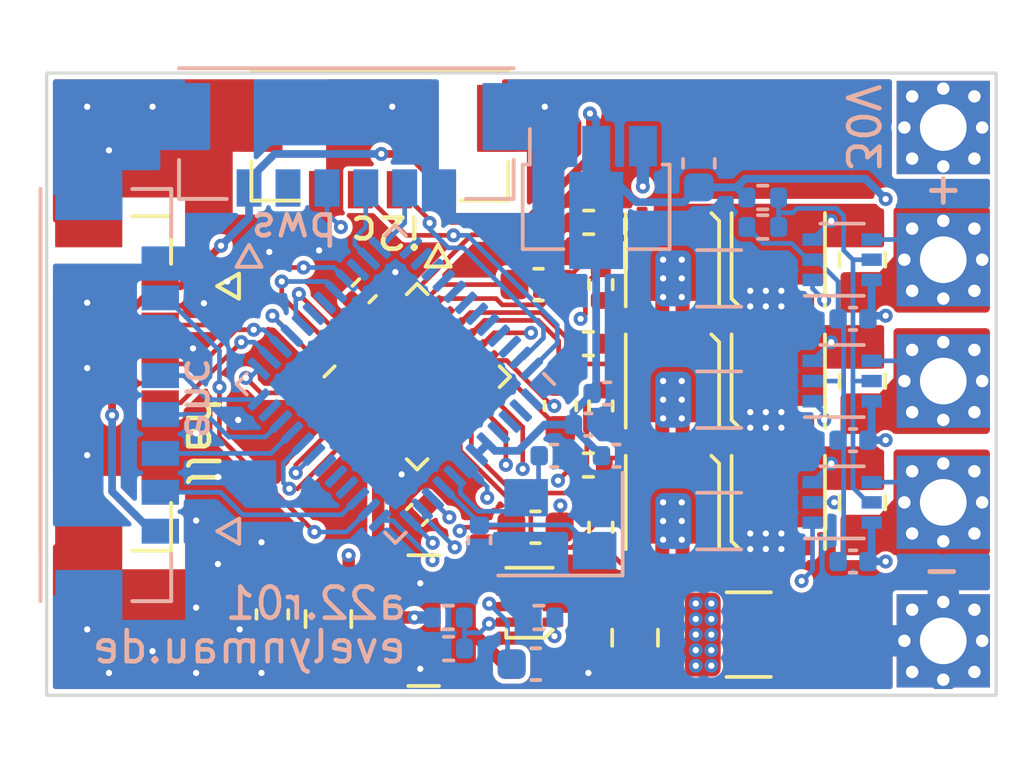
<source format=kicad_pcb>
(kicad_pcb (version 20240108) (generator "pcbnew") (generator_version "8.0")
  (layers (0 "F.Cu" signal) (1 "In1.Cu" signal) (2 "In2.Cu" signal) (31 "B.Cu" signal) (34 "B.Paste" user) (35 "F.Paste" user) (36 "B.SilkS" user "B.Silkscreen") (37 "F.SilkS" user "F.Silkscreen") (38 "B.Mask" user) (39 "F.Mask" user) (44 "Edge.Cuts" user))
  (net 0 "")
  (net 6 "/mcu/spi1_cs")
  (net 18 "+3V3")
  (net 19 "GND")
  (net 20 "Net-(C4-Pad1)")
  (net 21 "Net-(C5-Pad1)")
  (net 22 "VBUS")
  (net 23 "Net-(C12-Pad1)")
  (net 24 "/drive/u_sense_line")
  (net 25 "Net-(C13-Pad1)")
  (net 26 "/drive/v_sense_line")
  (net 27 "Net-(C14-Pad1)")
  (net 28 "/drive/w_sense_line")
  (net 29 "+12V")
  (net 30 "Net-(C26-Pad2)")
  (net 31 "Net-(C27-Pad1)")
  (net 32 "Net-(C27-Pad2)")
  (net 33 "Net-(Q1-Pad2)")
  (net 34 "Net-(Q2-Pad2)")
  (net 35 "Net-(Q3-Pad2)")
  (net 36 "Net-(Q4-Pad2)")
  (net 37 "Net-(Q5-Pad2)")
  (net 38 "Net-(Q6-Pad2)")
  (net 39 "Net-(R1-Pad2)")
  (net 40 "Net-(R2-Pad1)")
  (net 41 "Net-(R3-Pad1)")
  (net 42 "Net-(R4-Pad1)")
  (net 43 "Net-(R5-Pad1)")
  (net 44 "Net-(R6-Pad1)")
  (net 45 "Net-(R7-Pad1)")
  (net 46 "/drive/u_sense_load")
  (net 47 "/drive/v_sense_load")
  (net 48 "/drive/w_sense_load")
  (net 49 "/drive/sense_vref")
  (net 50 "Net-(R13-Pad1)")
  (net 51 "Net-(R14-Pad2)")
  (net 52 "/mcu/nrst")
  (net 53 "/mcu/adc1_in0")
  (net 54 "/mcu/adc1_in1")
  (net 55 "/mcu/adc1_in2")
  (net 56 "/mcu/adc1_in3")
  (net 57 "/mcu/spi2_copi")
  (net 58 "/mcu/spi1_sck")
  (net 59 "/mcu/spi1_cipo")
  (net 60 "/mcu/spi1_copi")
  (net 61 "/mcu/tim1_ch2n")
  (net 62 "/mcu/tim1_ch3n")
  (net 63 "/mcu/spi2_cipo")
  (net 64 "/mcu/spi2_sck")
  (net 65 "/mcu/tim1_ch1n")
  (net 66 "/mcu/tim1_ch1")
  (net 67 "/mcu/tim1_ch2")
  (net 68 "/mcu/tim1_ch3")
  (net 69 "/mcu/swdio")
  (net 70 "/mcu/swclk")
  (net 71 "/mcu/hall_a")
  (net 72 "/mcu/hall_b")
  (net 73 "/mcu/hall_c")
  (net 74 "/mcu/usart1_tx")
  (net 75 "/mcu/usart1_rx")
  (net 76 "/mcu/i2c1_scl")
  (net 77 "/mcu/i2c1_sda")
  (net 78 "/mcu/spi2_cs")
  (net 79 "GNDA")
  (footprint "Capacitor_SMD:C_0603_1608Metric" (layer "F.Cu") (at 157.51 64.3 180)
    (property "Reference" "C27" (hide yes))
    (property "Value" "100n")
  )
  (footprint "Capacitor_SMD:C_1210_3225Metric" (layer "F.Cu") (at 164.35 63.35)
    (property "Reference" "C24" (hide yes))
    (property "Value" "10u")
  )
  (footprint "a22verter:SOT-583" (layer "F.Cu") (at 157.31 62.2 180)
    (property "Reference" "U7" (hide yes))
    (property "Value" "TPS62933")
  )
  (footprint "Capacitor_SMD:C_0805_2012Metric" (layer "F.Cu") (at 160.7 63.45 90)
    (property "Reference" "C25" (hide yes))
    (property "Value" "100n")
  )
  (footprint "Resistor_SMD:R_0402_1005Metric" (layer "F.Cu") (at 159.2 54)
    (property "Reference" "R4" (hide yes))
    (property "Value" "16")
  )
  (footprint "Capacitor_SMD:C_0603_1608Metric" (layer "F.Cu") (at 157.6 52.1)
    (property "Reference" "C12" (hide yes))
    (property "Value" "100n")
  )
  (footprint "Capacitor_SMD:C_0402_1005Metric" (layer "F.Cu") (at 153.7 59.5 -135)
    (property "Reference" "C15" (hide yes))
    (property "Value" "100n")
  )
  (footprint "Resistor_SMD:R_0402_1005Metric" (layer "F.Cu") (at 152 52.3 -135)
    (property "Reference" "R1" (hide yes))
    (property "Value" "0")
  )
  (footprint "Resistor_SMD:R_0402_1005Metric" (layer "F.Cu") (at 159.2 57.9)
    (property "Reference" "R6" (hide yes))
    (property "Value" "16")
  )
  (footprint "Resistor_SMD:R_0402_1005Metric" (layer "F.Cu") (at 159.6 52.1 -90)
    (property "Reference" "R3" (hide yes))
    (property "Value" "16")
  )
  (footprint "Package_DFN_QFN:VQFN-24-1EP_4x4mm_P0.5mm_EP2.45x2.45mm" (layer "F.Cu") (at 153.7 55.059655 45)
    (property "Reference" "U2" (hide yes))
    (property "Value" "DRV8300DRGE")
  )
  (footprint "a22verter:SolderPad" (layer "F.Cu") (at 170.6 51.3)
    (property "Reference" "J4" (hide yes))
    (property "Value" "U")
  )
  (footprint "a22verter:DFN3.3x3.3-EP" (layer "F.Cu") (at 161.9 51.3 180)
    (property "Reference" "Q1" (hide yes))
    (property "Value" "AON7418")
  )
  (footprint "Resistor_SMD:R_0402_1005Metric" (layer "F.Cu") (at 159.6 56 -90)
    (property "Reference" "R5" (hide yes))
    (property "Value" "16")
  )
  (footprint "a22verter:SolderPad" (layer "F.Cu") (at 170.6 59.1)
    (property "Reference" "J6" (hide yes))
    (property "Value" "W")
  )
  (footprint "Resistor_SMD:R_0402_1005Metric" (layer "F.Cu") (at 159.21 50.1)
    (property "Reference" "R2" (hide yes))
    (property "Value" "16")
  )
  (footprint "Resistor_SMD:R_0805_2012Metric" (layer "F.Cu") (at 168 51.3 90)
    (property "Reference" "R8" (hide yes))
    (property "Value" "1m")
  )
  (footprint "a22verter:MOLEX_5055670451" (layer "F.Cu") (at 152.5 47.3)
    (property "Reference" "J9" (hide yes))
    (property "Value" "i2c")
  )
  (footprint "Resistor_SMD:R_0805_2012Metric" (layer "F.Cu") (at 168 55.2 90)
    (property "Reference" "R9" (hide yes))
    (property "Value" "1m")
  )
  (footprint "Capacitor_SMD:C_0603_1608Metric" (layer "F.Cu") (at 158.3 56 90)
    (property "Reference" "C13" (hide yes))
    (property "Value" "100n")
  )
  (footprint "a22verter:DFN3.3x3.3-EP" (layer "F.Cu") (at 165.3 55.2)
    (property "Reference" "Q4" (hide yes))
    (property "Value" "AON7418")
  )
  (footprint "a22verter:DFN3.3x3.3-EP" (layer "F.Cu") (at 165.3 59.1)
    (property "Reference" "Q6" (hide yes))
    (property "Value" "AON7418")
  )
  (footprint "Capacitor_SMD:C_0805_2012Metric" (layer "F.Cu") (at 150.85 62.85 -90)
    (property "Reference" "C28" (hide yes))
    (property "Value" "47u")
  )
  (footprint "a22verter:SolderPad" (layer "F.Cu") (at 170.6 55.2)
    (property "Reference" "J5" (hide yes))
    (property "Value" "V")
  )
  (footprint "Capacitor_SMD:C_0603_1608Metric" (layer "F.Cu") (at 157.5 59.9)
    (property "Reference" "C14" (hide yes))
    (property "Value" "100n")
  )
  (footprint "Resistor_SMD:R_0805_2012Metric" (layer "F.Cu") (at 168 59.1 90)
    (property "Reference" "R10" (hide yes))
    (property "Value" "1m")
  )
  (footprint "a22verter:SolderPad" (layer "F.Cu") (at 170.6 47.05)
    (property "Reference" "J1" (hide yes))
    (property "Value" "IN+")
  )
  (footprint "a22verter:MOLEX_5055670651" (layer "F.Cu") (at 143.695 55.275 90)
    (property "Reference" "J11" (hide yes))
    (property "Value" "hall")
  )
  (footprint "Inductor_SMD:L_Wuerth_MAPI-4030" (layer "F.Cu") (at 153.91 62.9 180)
    (property "Reference" "L1" (hide yes))
    (property "Value" "6.8u")
  )
  (footprint "a22verter:DFN3.3x3.3-EP" (layer "F.Cu") (at 161.9 59.1 180)
    (property "Reference" "Q5" (hide yes))
    (property "Value" "AON7418")
  )
  (footprint "a22verter:SolderPad" (layer "F.Cu") (at 170.6 63.55)
    (property "Reference" "J2" (hide yes))
    (property "Value" "IN-")
  )
  (footprint "a22verter:DFN3.3x3.3-EP" (layer "F.Cu") (at 165.3 51.3)
    (property "Reference" "Q2" (hide yes))
    (property "Value" "AON7418")
  )
  (footprint "a22verter:DFN3.3x3.3-EP" (layer "F.Cu") (at 161.9 55.2 180)
    (property "Reference" "Q3" (hide yes))
    (property "Value" "AON7418")
  )
  (footprint "Resistor_SMD:R_0402_1005Metric" (layer "F.Cu") (at 159.6 59.9 -90)
    (property "Reference" "R7" (hide yes))
    (property "Value" "16")
  )
  (footprint "Capacitor_SMD:C_0603_1608Metric" (layer "F.Cu") (at 149.05 62.7 -90)
    (property "Reference" "C22" (hide yes))
    (property "Value" "10u")
  )
  (footprint "Capacitor_SMD:C_1206_3216Metric" (layer "B.Cu") (at 163.4 55.8)
    (property "Reference" "C17" (hide yes))
    (property "Value" "1u")
  )
  (footprint "Capacitor_SMD:C_0603_1608Metric" (layer "B.Cu") (at 162.75 48.2 90)
    (property "Reference" "C23" (hide yes))
    (property "Value" "10u")
  )
  (footprint "Capacitor_SMD:C_0402_1005Metric" (layer "B.Cu") (at 159.2 56.6)
    (property "Reference" "C1" (hide yes))
    (property "Value" "100n")
  )
  (footprint "Package_DFN_QFN:QFN-48-1EP_7x7mm_P0.5mm_EP5.45x5.45mm" (layer "B.Cu") (at 153 55.3 135)
    (property "Reference" "U1" (hide yes))
    (property "Value" "STM32G071CBU3")
  )
  (footprint "a22verter:MOLEX_5055670851" (layer "B.Cu") (at 143.7 55.65 -90)
    (property "Reference" "J10" (hide yes))
    (property "Value" "enc")
  )
  (footprint "Crystal:Crystal_SMD_3225-4Pin_3.2x2.5mm" (layer "B.Cu") (at 158.3 59.8 180)
    (property "Reference" "Y1" (hide yes))
    (property "Value" "RH100-8")
  )
  (footprint "Capacitor_SMD:C_0402_1005Metric" (layer "B.Cu") (at 158.1 57.6)
    (property "Reference" "C4" (hide yes))
    (property "Value" "16p")
  )
  (footprint "Capacitor_SMD:C_1206_3216Metric" (layer "B.Cu") (at 163.4 51.9)
    (property "Reference" "C16" (hide yes))
    (property "Value" "1u")
  )
  (footprint "Resistor_SMD:R_0402_1005Metric" (layer "B.Cu") (at 154.71 63.8 180)
    (property "Reference" "R15" (hide yes))
    (property "Value" "10k")
  )
  (footprint "Capacitor_SMD:C_0402_1005Metric" (layer "B.Cu") (at 167.7 53.2 180)
    (property "Reference" "C19" (hide yes))
    (property "Value" "100n")
  )
  (footprint "Package_TO_SOT_SMD:SOT-89-3" (layer "B.Cu") (at 159.45 49.3 -90)
    (property "Reference" "U6" (hide yes))
    (property "Value" "AP1117-33")
  )
  (footprint "Resistor_SMD:R_0402_1005Metric" (layer "B.Cu") (at 164.8 49.3 180)
    (property "Reference" "R11" (hide yes))
    (property "Value" "10k")
  )
  (footprint "Package_TO_SOT_SMD:SOT-363_SC-70-6" (layer "B.Cu") (at 167.35 51.3)
    (property "Reference" "U3" (hide yes))
    (property "Value" "INA186")
  )
  (footprint "Capacitor_SMD:C_0603_1608Metric" (layer "B.Cu") (at 157.51 64.3 180)
    (property "Reference" "C26" (hide yes))
    (property "Value" "33n")
  )
  (footprint "Resistor_SMD:R_0402_1005Metric" (layer "B.Cu") (at 157.61 62.8 180)
    (property "Reference" "R13" (hide yes))
    (property "Value" "22k")
  )
  (footprint "a22verter:MOLEX_5055670651" (layer "B.Cu") (at 151.425 47.245 180)
    (property "Reference" "J3" (hide yes))
    (property "Value" "swd")
  )
  (footprint "Resistor_SMD:R_0402_1005Metric" (layer "B.Cu") (at 164.8 50.25)
    (property "Reference" "R12" (hide yes))
    (property "Value" "10k")
  )
  (footprint "Capacitor_SMD:C_0402_1005Metric" (layer "B.Cu") (at 167.7 61 180)
    (property "Reference" "C21" (hide yes))
    (property "Value" "100n")
  )
  (footprint "Capacitor_SMD:C_0402_1005Metric" (layer "B.Cu") (at 160.1 57.6 180)
    (property "Reference" "C3" (hide yes))
    (property "Value" "10u")
  )
  (footprint "NetTie:NetTie-2_SMD_Pad0.5mm" (layer "B.Cu") (at 155.55 58.2 -45)
    (property "Reference" "NT1" (hide yes))
    (property "Value" "NetTie_2")
  )
  (footprint "Capacitor_SMD:C_0402_1005Metric" (layer "B.Cu") (at 159.8 55.6)
    (property "Reference" "C2" (hide yes))
    (property "Value" "1u")
  )
  (footprint "Capacitor_SMD:C_1206_3216Metric" (layer "B.Cu") (at 163.4 59.7)
    (property "Reference" "C18" (hide yes))
    (property "Value" "1u")
  )
  (footprint "Capacitor_SMD:C_0402_1005Metric" (layer "B.Cu") (at 167.7 57.1 180)
    (property "Reference" "C20" (hide yes))
    (property "Value" "100n")
  )
  (footprint "Package_TO_SOT_SMD:SOT-363_SC-70-6" (layer "B.Cu") (at 167.35 59.1)
    (property "Reference" "U5" (hide yes))
    (property "Value" "INA186")
  )
  (footprint "Resistor_SMD:R_0402_1005Metric" (layer "B.Cu") (at 154.7 62.8)
    (property "Reference" "R14" (hide yes))
    (property "Value" "140k")
  )
  (footprint "Capacitor_SMD:C_0402_1005Metric" (layer "B.Cu") (at 155.7 60.32 -90)
    (property "Reference" "C5" (hide yes))
    (property "Value" "16p")
  )
  (footprint "Package_TO_SOT_SMD:SOT-363_SC-70-6" (layer "B.Cu") (at 167.35 55.2)
    (property "Reference" "U4" (hide yes))
    (property "Value" "INA186")
  )
  (gr_rect (start 141.8 45.3) (end 172.3 65.3) (stroke (width 0.1)) (fill none) (layer "Edge.Cuts"))
  (gr_text "evelynmau.de" (at 148.3 63.75 0) (layer "B.SilkS") (effects (font (size 1 1)) (justify mirror)))
  (gr_text "enc" (at 146.75 55.75 270) (layer "B.SilkS") (effects (font (size 1 1)) (justify mirror)))
  (gr_text "swd" (at 149.75 50.3 180) (layer "B.SilkS") (effects (font (size 1 1)) (justify mirror)))
  (gr_text "30V" (at 168 47.05 270) (layer "B.SilkS") (effects (font (size 1 1)) (justify mirror)))
  (gr_text "+" (at 170.6 49 0) (layer "B.SilkS") (effects (font (size 1 1)) (justify mirror)))
  (gr_text "-\n" (at 170.546913 61.246021 0) (layer "B.SilkS") (effects (font (size 1 1)) (justify mirror)))
  (gr_text "a22.r01" (at 150.45 62.35 0) (layer "B.SilkS") (effects (font (size 1 1)) (justify mirror)))
  (gr_text "i2c" (at 152.7 50.4 180) (layer "F.SilkS") (effects (font (size 1 1))))
  (gr_text "-\n" (at 170.55 61.25 0) (layer "F.SilkS") (effects (font (size 1 1))))
  (gr_text "+" (at 170.6 49 0) (layer "F.SilkS") (effects (font (size 1 1))))
  (gr_text "hall" (at 146.8 57.15 270) (layer "F.SilkS") (effects (font (size 1 1))))
  (segment (start 159.25 48.001778) (end 157.201778 50.05) (width 0.25) (layer "F.Cu") (net 18))
  (segment (start 159.25 46.6) (end 159.25 48.001778) (width 0.25) (layer "F.Cu") (net 18))
  (segment (start 154.798222 50.05) (end 154.375 49.626778) (width 0.25) (layer "F.Cu") (net 18))
  (segment (start 143.9 56.3) (end 143.9 53.55) (width 0.25) (layer "F.Cu") (net 18))
  (segment (start 145.3 52.15) (end 145.445 52.15) (width 0.25) (layer "F.Cu") (net 18))
  (segment (start 154.375 48.85) (end 153.425 47.9) (width 0.25) (layer "F.Cu") (net 18))
  (segment (start 153.425 47.9) (end 152.55 47.9) (width 0.25) (layer "F.Cu") (net 18))
  (segment (start 147.4 50.85) (end 146.1 52.15) (width 0.25) (layer "F.Cu") (net 18))
  (segment (start 154.375 49.05) (end 154.375 48.85) (width 0.25) (layer "F.Cu") (net 18))
  (segment (start 143.9 53.55) (end 145.3 52.15) (width 0.25) (layer "F.Cu") (net 18))
  (segment (start 146.1 52.15) (end 145.445 52.15) (width 0.25) (layer "F.Cu") (net 18))
  (segment (start 157.201778 50.05) (end 154.798222 50.05) (width 0.25) (layer "F.Cu") (net 18))
  (segment (start 154.375 49.626778) (end 154.375 49.05) (width 0.25) (layer "F.Cu") (net 18))
  (via (at 159.25 46.6) (size 0.45) (drill 0.2) (layers "F.Cu" "B.Cu") (net 18))
  (via (at 168.75 57.1) (size 0.45) (drill 0.2) (layers "F.Cu" "B.Cu") (net 18))
  (via (at 147.4 50.85) (size 0.45) (drill 0.2) (layers "F.Cu" "B.Cu") (net 18))
  (via (at 168.75 61) (size 0.45) (drill 0.2) (layers "F.Cu" "B.Cu") (net 18))
  (via (at 143.9 56.3) (size 0.45) (drill 0.2) (layers "F.Cu" "B.Cu") (net 18))
  (via (at 168.75 49.35) (size 0.45) (drill 0.2) (layers "F.Cu" "B.Cu") (net 18))
  (via (at 168.75 53.1) (size 0.45) (drill 0.2) (layers "F.Cu" "B.Cu") (net 18))
  (via (at 152.55 47.9) (size 0.45) (drill 0.2) (layers "F.Cu" "B.Cu") (net 18))
  (segment (start 144.975 59.825) (end 145.175 60.025) (width 0.25) (layer "B.Cu") (net 18))
  (segment (start 168.1 48.7) (end 164.24 48.7) (width 0.25) (layer "B.Cu") (net 18))
  (segment (start 148.3 48.995) (end 148.3 49.95) (width 0.25) (layer "B.Cu") (net 18))
  (segment (start 155.616295 57.562742) (end 155.969848 57.209188) (width 0.25) (layer "B.Cu") (net 18))
  (segment (start 168.3 56.98) (end 168.3 55.85) (width 0.25) (layer "B.Cu") (net 18))
  (segment (start 160.742893 49.45) (end 159.45 48.157107) (width 0.25) (layer "B.Cu") (net 18))
  (segment (start 168.75 53.1) (end 168.28 53.1) (width 0.25) (layer "B.Cu") (net 18))
  (segment (start 158.72 56.7) (end 158.72 56.6) (width 0.25) (layer "B.Cu") (net 18))
  (segment (start 143.9 56.3) (end 143.9 58.75) (width 0.25) (layer "B.Cu") (net 18))
  (segment (start 168.3 60.88) (end 168.18 61) (width 0.25) (layer "B.Cu") (net 18))
  (segment (start 144.9 59.75) (end 144.901778 59.75) (width 0.25) (layer "B.Cu") (net 18))
  (segment (start 156.950157 57.443655) (end 157.793812 56.6) (width 0.25) (layer "B.Cu") (net 18))
  (segment (start 157.793812 56.6) (end 158.72 56.6) (width 0.25) (layer "B.Cu") (net 18))
  (segment (start 158.72 56.2) (end 158.72 56.6) (width 0.25) (layer "B.Cu") (net 18))
  (segment (start 159.32 55.6) (end 158.72 56.2) (width 0.25) (layer "B.Cu") (net 18))
  (segment (start 148.3 48.721778) (end 148.3 48.995) (width 0.25) (layer "B.Cu") (net 18))
  (segment (start 168.28 53.1) (end 168.18 53.2) (width 0.25) (layer "B.Cu") (net 18))
  (segment (start 148.3 49.95) (end 147.4 50.85) (width 0.25) (layer "B.Cu") (net 18))
  (segment (start 159.45 55.47) (end 159.32 55.6) (width 0.25) (layer "B.Cu") (net 18))
  (segment (start 162.75 48.975) (end 163.965 48.975) (width 0.25) (layer "B.Cu") (net 18))
  (segment (start 156.204315 57.443655) (end 156.950157 57.443655) (width 0.25) (layer "B.Cu") (net 18))
  (segment (start 155.969848 57.209188) (end 156.204315 57.443655) (width 0.25) (layer "B.Cu") (net 18))
  (segment (start 168.3 53.08) (end 168.3 51.95) (width 0.25) (layer "B.Cu") (net 18))
  (segment (start 168.3 59.75) (end 168.3 60.88) (width 0.25) (layer "B.Cu") (net 18))
  (segment (start 143.9 58.75) (end 144.9 59.75) (width 0.25) (layer "B.Cu") (net 18))
  (segment (start 159.45 47.7375) (end 159.45 55.47) (width 0.25) (layer "B.Cu") (net 18))
  (segment (start 149.121778 47.9) (end 148.3 48.721778) (width 0.25) (layer "B.Cu") (net 18))
  (segment (start 159.45 46.8) (end 159.25 46.6) (width 0.25) (layer "B.Cu") (net 18))
  (segment (start 159.45 48.157107) (end 159.45 47.7375) (width 0.25) (layer "B.Cu") (net 18))
  (segment (start 163.965 48.975) (end 164.29 49.3) (width 0.25) (layer "B.Cu") (net 18))
  (segment (start 168.18 61) (end 168.75 61) (width 0.25) (layer "B.Cu") (net 18))
  (segment (start 168.18 57.1) (end 168.3 56.98) (width 0.25) (layer "B.Cu") (net 18))
  (segment (start 168.75 49.35) (end 168.1 48.7) (width 0.25) (layer "B.Cu") (net 18))
  (segment (start 145.175 60.025) (end 145.45 60.025) (width 0.25) (layer "B.Cu") (net 18))
  (segment (start 144.975 59.823222) (end 144.975 59.825) (width 0.25) (layer "B.Cu") (net 18))
  (segment (start 162.275 49.45) (end 160.742893 49.45) (width 0.25) (layer "B.Cu") (net 18))
  (segment (start 152.55 47.9) (end 149.121778 47.9) (width 0.25) (layer "B.Cu") (net 18))
  (segment (start 162.75 48.975) (end 162.275 49.45) (width 0.25) (layer "B.Cu") (net 18))
  (segment (start 159.62 57.6) (end 158.72 56.7) (width 0.25) (layer "B.Cu") (net 18))
  (segment (start 168.18 53.2) (end 168.3 53.08) (width 0.25) (layer "B.Cu") (net 18))
  (segment (start 159.45 47.7375) (end 159.45 46.8) (width 0.25) (layer "B.Cu") (net 18))
  (segment (start 168.18 57.1) (end 168.75 57.1) (width 0.25) (layer "B.Cu") (net 18))
  (segment (start 144.901778 59.75) (end 144.975 59.823222) (width 0.25) (layer "B.Cu") (net 18))
  (segment (start 164.24 48.7) (end 163.965 48.975) (width 0.25) (layer "B.Cu") (net 18))
  (via (at 164.4 52.8) (size 0.45) (drill 0.2) (layers "F.Cu" "B.Cu") (net 19))
  (via (at 145.2 63.8825) (size 0.45) (drill 0.2) (layers "F.Cu" "B.Cu") (net 19))
  (via (at 148.7 60.3825) (size 0.45) (drill 0.2) (layers "F.Cu" "B.Cu") (net 19))
  (via (at 153.8 61.7) (size 0.45) (drill 0.2) (layers "F.Cu" "B.Cu") (net 19))
  (via (at 146.85 52.7) (size 0.45) (drill 0.2) (layers "F.Cu" "B.Cu") (net 19))
  (via (at 165.4 60.6) (size 0.45) (drill 0.2) (layers "F.Cu" "B.Cu") (net 19))
  (via (at 164.9 60.6) (size 0.45) (drill 0.2) (layers "F.Cu" "B.Cu") (net 19))
  (via (at 153.2 58.2) (size 0.45) (drill 0.2) (layers "F.Cu" "B.Cu") (net 19))
  (via (at 165.4 56.2) (size 0.45) (drill 0.2) (layers "F.Cu" "B.Cu") (net 19))
  (via (at 164.9 56.2) (size 0.45) (drill 0.2) (layers "F.Cu" "B.Cu") (net 19))
  (via (at 164.9 52.8) (size 0.45) (drill 0.2) (layers "F.Cu" "B.Cu") (net 19))
  (via (at 143.1 52.6825) (size 0.45) (drill 0.2) (layers "F.Cu" "B.Cu") (net 19))
  (via (at 146.6 64.5825) (size 0.45) (drill 0.2) (layers "F.Cu" "B.Cu") (net 19))
  (via (at 143.8 47.7825) (size 0.45) (drill 0.2) (layers "F.Cu" "B.Cu") (net 19))
  (via (at 147.3 61.0825) (size 0.45) (drill 0.2) (layers "F.Cu" "B.Cu") (net 19))
  (via (at 165.4 52.3) (size 0.45) (drill 0.2) (layers "F.Cu" "B.Cu") (net 19))
  (via (at 147.6 52) (size 0.45) (drill 0.2) (layers "F.Cu" "B.Cu") (net 19))
  (via (at 164.9 52.3) (size 0.45) (drill 0.2) (layers "F.Cu" "B.Cu") (net 19))
  (via (at 143.1 54.7825) (size 0.45) (drill 0.2) (layers "F.Cu" "B.Cu") (net 19))
  (via (at 164.4 60.1) (size 0.45) (drill 0.2) (layers "F.Cu" "B.Cu") (net 19))
  (via (at 146.6 62.4825) (size 0.45) (drill 0.2) (layers "F.Cu" "B.Cu") (net 19))
  (via (at 164.4 52.3) (size 0.45) (drill 0.2) (layers "F.Cu" "B.Cu") (net 19))
  (via (at 147.3 58.2825) (size 0.45) (drill 0.2) (layers "F.Cu" "B.Cu") (net 19))
  (via (at 165.4 60.1) (size 0.45) (drill 0.2) (layers "F.Cu" "B.Cu") (net 19))
  (via (at 152.9 46.3825) (size 0.45) (drill 0.2) (layers "F.Cu" "B.Cu") (net 19))
  (via (at 165.4 56.7) (size 0.45) (drill 0.2) (layers "F.Cu" "B.Cu") (net 19))
  (via (at 165.4 52.8) (size 0.45) (drill 0.2) (layers "F.Cu" "B.Cu") (net 19))
  (via (at 164.4 56.7) (size 0.45) (drill 0.2) (layers "F.Cu" "B.Cu") (net 19))
  (via (at 143.1 57.5825) (size 0.45) (drill 0.2) (layers "F.Cu" "B.Cu") (net 19))
  (via (at 148 63.1825) (size 0.45) (drill 0.2) (layers "F.Cu" "B.Cu") (net 19))
  (via (at 157.8 46.3825) (size 0.45) (drill 0.2) (layers "F.Cu" "B.Cu") (net 19))
  (via (at 150.55 51) (size 0.45) (drill 0.2) (layers "F.Cu" "B.Cu") (net 19))
  (via (at 153 51.7) (size 0.45) (drill 0.2) (layers "F.Cu" "B.Cu") (net 19))
  (via (at 159.2 64.5825) (size 0.45) (drill 0.2) (layers "F.Cu" "B.Cu") (net 19))
  (via (at 148.7 64.5825) (size 0.45) (drill 0.2) (layers "F.Cu" "B.Cu") (net 19))
  (via (at 145.2 46.3825) (size 0.45) (drill 0.2) (layers "F.Cu" "B.Cu") (net 19))
  (via (at 143.1 63.1825) (size 0.45) (drill 0.2) (layers "F.Cu" "B.Cu") (net 19))
  (via (at 147.95 56.45) (size 0.45) (drill 0.2) (layers "F.Cu" "B.Cu") (net 19))
  (via (at 164.4 56.2) (size 0.45) (drill 0.2) (layers "F.Cu" "B.Cu") (net 19))
  (via (at 143.8 64.5825) (size 0.45) (drill 0.2) (layers "F.Cu" "B.Cu") (net 19))
  (via (at 143.1 46.3825) (size 0.45) (drill 0.2) (layers "F.Cu" "B.Cu") (net 19))
  (via (at 146.6 59.6825) (size 0.45) (drill 0.2) (layers "F.Cu" "B.Cu") (net 19))
  (via (at 164.4 60.6) (size 0.45) (drill 0.2) (layers "F.Cu" "B.Cu") (net 19))
  (via (at 153.8 64.45) (size 0.45) (drill 0.2) (layers "F.Cu" "B.Cu") (net 19))
  (via (at 148.95 51.05) (size 0.45) (drill 0.2) (layers "F.Cu" "B.Cu") (net 19))
  (via (at 146.5 54.15) (size 0.45) (drill 0.2) (layers "F.Cu" "B.Cu") (net 19))
  (via (at 164.9 56.7) (size 0.45) (drill 0.2) (layers "F.Cu" "B.Cu") (net 19))
  (via (at 146.6 56.8825) (size 0.45) (drill 0.2) (layers "F.Cu" "B.Cu") (net 19))
  (via (at 164.9 60.1) (size 0.45) (drill 0.2) (layers "F.Cu" "B.Cu") (net 19))
  (segment (start 155.670787 59.385) (end 156.765 59.385) (width 0.15) (layer "B.Cu") (net 20))
  (segment (start 157.6 58.55) (end 157.2 58.95) (width 0.15) (layer "B.Cu") (net 20))
  (segment (start 155.093655 58.807868) (end 155.670787 59.385) (width 0.15) (layer "B.Cu") (net 20))
  (segment (start 157.62 57.6) (end 157.6 57.62) (width 0.15) (layer "B.Cu") (net 20))
  (segment (start 156.765 59.385) (end 157.2 58.95) (width 0.15) (layer "B.Cu") (net 20))
  (segment (start 157.6 57.62) (end 157.6 58.55) (width 0.15) (layer "B.Cu") (net 20))
  (segment (start 154.909188 58.269848) (end 155.093655 58.454315) (width 0.15) (layer "B.Cu") (net 20))
  (segment (start 155.093655 58.454315) (end 155.093655 58.807868) (width 0.15) (layer "B.Cu") (net 20))
  (segment (start 155.715 59.825) (end 155.7 59.84) (width 0.15) (layer "B.Cu") (net 21))
  (segment (start 158.575 59.825) (end 155.715 59.825) (width 0.15) (layer "B.Cu") (net 21))
  (segment (start 154.555635 58.623402) (end 155.7 59.767767) (width 0.15) (layer "B.Cu") (net 21))
  (segment (start 159.4 60.65) (end 158.575 59.825) (width 0.15) (layer "B.Cu") (net 21))
  (segment (start 155.7 59.767767) (end 155.7 59.84) (width 0.15) (layer "B.Cu") (net 21))
  (segment (start 160.7 64.4) (end 158.75 62.45) (width 0.4) (layer "F.Cu") (net 22))
  (segment (start 162.875 63.35) (end 161.825 64.4) (width 0.4) (layer "F.Cu") (net 22))
  (segment (start 161.825 64.4) (end 160.7 64.4) (width 0.4) (layer "F.Cu") (net 22))
  (segment (start 158.06 62.45) (end 158.06 61.95) (width 0.4) (layer "F.Cu") (net 22))
  (segment (start 158.06 61.95) (end 158.25 61.95) (width 0.4) (layer "F.Cu") (net 22))
  (segment (start 158.25 61.95) (end 160.7 64.4) (width 0.4) (layer "F.Cu") (net 22))
  (segment (start 158.75 62.45) (end 158.06 62.45) (width 0.4) (layer "F.Cu") (net 22))
  (via (at 161.6 55.2) (size 0.45) (drill 0.2) (layers "F.Cu" "B.Cu") (net 22))
  (via (at 162.2 55.8) (size 0.45) (drill 0.2) (layers "F.Cu" "B.Cu") (net 22))
  (via (at 161.6 55.8) (size 0.45) (drill 0.2) (layers "F.Cu" "B.Cu") (net 22))
  (via (at 162.65 63.85) (size 0.45) (drill 0.2) (layers "F.Cu" "B.Cu") (net 22))
  (via (at 162.65 62.35) (size 0.45) (drill 0.2) (layers "F.Cu" "B.Cu") (net 22))
  (via (at 162.65 63.35) (size 0.45) (drill 0.2) (layers "F.Cu" "B.Cu") (net 22))
  (via (at 163.15 64.35) (size 0.45) (drill 0.2) (layers "F.Cu" "B.Cu") (net 22))
  (via (at 161.6 59.1) (size 0.45) (drill 0.2) (layers "F.Cu" "B.Cu") (net 22))
  (via (at 162.2 60.3) (size 0.45) (drill 0.2) (layers "F.Cu" "B.Cu") (net 22))
  (via (at 162.2 51.9) (size 0.45) (drill 0.2) (layers "F.Cu" "B.Cu") (net 22))
  (via (at 162.65 62.85) (size 0.45) (drill 0.2) (layers "F.Cu" "B.Cu") (net 22))
  (via (at 162.2 51.3) (size 0.45) (drill 0.2) (layers "F.Cu" "B.Cu") (net 22))
  (via (at 161.6 51.3) (size 0.45) (drill 0.2) (layers "F.Cu" "B.Cu") (net 22))
  (via (at 161.6 59.7) (size 0.45) (drill 0.2) (layers "F.Cu" "B.Cu") (net 22))
  (via (at 162.2 59.1) (size 0.45) (drill 0.2) (layers "F.Cu" "B.Cu") (net 22))
  (via (at 162.2 56.4) (size 0.45) (drill 0.2) (layers "F.Cu" "B.Cu") (net 22))
  (via (at 161.6 52.5) (size 0.45) (drill 0.2) (layers "F.Cu" "B.Cu") (net 22))
  (via (at 161.6 56.4) (size 0.45) (drill 0.2) (layers "F.Cu" "B.Cu") (net 22))
  (via (at 163.15 62.85) (size 0.45) (drill 0.2) (layers "F.Cu" "B.Cu") (net 22))
  (via (at 163.15 63.35) (size 0.45) (drill 0.2) (layers "F.Cu" "B.Cu") (net 22))
  (via (at 163.15 63.85) (size 0.45) (drill 0.2) (layers "F.Cu" "B.Cu") (net 22))
  (via (at 161.6 51.9) (size 0.45) (drill 0.2) (layers "F.Cu" "B.Cu") (net 22))
  (via (at 162.2 55.2) (size 0.45) (drill 0.2) (layers "F.Cu" "B.Cu") (net 22))
  (via (at 162.65 64.35) (size 0.45) (drill 0.2) (layers "F.Cu" "B.Cu") (net 22))
  (via (at 161.6 60.3) (size 0.45) (drill 0.2) (layers "F.Cu" "B.Cu") (net 22))
  (via (at 162.2 59.7) (size 0.45) (drill 0.2) (layers "F.Cu" "B.Cu") (net 22))
  (via (at 163.15 62.35) (size 0.45) (drill 0.2) (layers "F.Cu" "B.Cu") (net 22))
  (via (at 162.2 52.5) (size 0.45) (drill 0.2) (layers "F.Cu" "B.Cu") (net 22))
  (segment (start 153.709987 53.034415) (end 153.709987 52.857637) (width 0.15) (layer "F.Cu") (net 23))
  (segment (start 152.824955 53.12395) (end 152.982906 53.281901) (width 0.15) (layer "F.Cu") (net 23))
  (segment (start 153.462501 53.281901) (end 153.709987 53.034415) (width 0.15) (layer "F.Cu") (net 23))
  (segment (start 154.467624 52.1) (end 156.825 52.1) (width 0.15) (layer "F.Cu") (net 23))
  (segment (start 153.709987 52.857637) (end 154.467624 52.1) (width 0.15) (layer "F.Cu") (net 23))
  (segment (start 152.982906 53.281901) (end 153.462501 53.281901) (width 0.15) (layer "F.Cu") (net 23))
  (segment (start 160.231802 50.7) (end 160.606802 50.325) (width 0.15) (layer "F.Cu") (net 24))
  (segment (start 161.575 50.125) (end 161.575 49.875) (width 0.15) (layer "F.Cu") (net 24))
  (segment (start 157.725 52.75) (end 158.375 52.1) (width 0.15) (layer "F.Cu") (net 24))
  (segment (start 159.731594 50.7) (end 160.231802 50.7) (width 0.15) (layer "F.Cu") (net 24))
  (segment (start 160.606802 50.325) (end 161.375 50.325) (width 0.15) (layer "F.Cu") (net 24))
  (segment (start 156.434315 52.75) (end 157.725 52.75) (width 0.15) (layer "F.Cu") (net 24))
  (segment (start 161.375 50.325) (end 161.575 50.125) (width 0.15) (layer "F.Cu") (net 24))
  (segment (start 156.234315 52.55) (end 156.434315 52.75) (width 0.15) (layer "F.Cu") (net 24))
  (segment (start 158.375 52.056594) (end 159.731594 50.7) (width 0.15) (layer "F.Cu") (net 24))
  (segment (start 154.441888 52.55) (end 156.234315 52.55) (width 0.15) (layer "F.Cu") (net 24))
  (segment (start 154.221491 52.770397) (end 154.441888 52.55) (width 0.15) (layer "F.Cu") (net 24))
  (segment (start 158.375 52.1) (end 158.375 52.056594) (width 0.15) (layer "F.Cu") (net 24))
  (via (at 167 50.05) (size 0.45) (drill 0.2) (layers "F.Cu" "B.Cu") (net 24))
  (segment (start 166.4 50.65) (end 167 50.05) (width 0.15) (layer "B.Cu") (net 24))
  (segment (start 156.575 55.05) (end 158.3 56.775) (width 0.15) (layer "F.Cu") (net 25))
  (segment (start 154.575045 53.12395) (end 154.417094 53.281901) (width 0.15) (layer "F.Cu") (net 25))
  (segment (start 155.705598 55.05) (end 156.575 55.05) (width 0.15) (layer "F.Cu") (net 25))
  (segment (start 154.417094 53.281901) (end 154.417094 53.761496) (width 0.15) (layer "F.Cu") (net 25))
  (segment (start 154.417094 53.761496) (end 155.705598 55.05) (width 0.15) (layer "F.Cu") (net 25))
  (segment (start 160.17 54.65) (end 160.595 54.225) (width 0.15) (layer "F.Cu") (net 26))
  (segment (start 155.282151 53.831057) (end 155.863208 53.25) (width 0.15) (layer "F.Cu") (net 26))
  (segment (start 158.3 55.225) (end 158.875 54.65) (width 0.15) (layer "F.Cu") (net 26))
  (segment (start 158.875 54.65) (end 160.17 54.65) (width 0.15) (layer "F.Cu") (net 26))
  (segment (start 161.575 53.825) (end 161.575 53.775) (width 0.15) (layer "F.Cu") (net 26))
  (segment (start 155.863208 53.25) (end 157.586446 53.25) (width 0.15) (layer "F.Cu") (net 26))
  (segment (start 160.595 54.225) (end 161.175 54.225) (width 0.15) (layer "F.Cu") (net 26))
  (segment (start 161.175 54.225) (end 161.575 53.825) (width 0.15) (layer "F.Cu") (net 26))
  (segment (start 157.586446 53.25) (end 158.245 53.908554) (width 0.15) (layer "F.Cu") (net 26))
  (segment (start 158.245 53.908554) (end 158.245 55.17) (width 0.15) (layer "F.Cu") (net 26))
  (segment (start 158.245 55.17) (end 158.3 55.225) (width 0.15) (layer "F.Cu") (net 26))
  (via (at 167 53.95) (size 0.45) (drill 0.2) (layers "F.Cu" "B.Cu") (net 26))
  (segment (start 166.4 54.55) (end 167 53.95) (width 0.15) (layer "B.Cu") (net 26))
  (segment (start 155.066948 60.016653) (end 155.183601 59.9) (width 0.15) (layer "F.Cu") (net 27))
  (segment (start 156.170815 53.6495) (end 155.635705 54.18461) (width 0.15) (layer "F.Cu") (net 27))
  (segment (start 155.183601 59.9) (end 156.725 59.9) (width 0.15) (layer "F.Cu") (net 27))
  (segment (start 157.357073 53.6495) (end 156.170815 53.6495) (width 0.15) (layer "F.Cu") (net 27))
  (via (at 155.066948 60.016653) (size 0.45) (drill 0.2) (layers "F.Cu" "B.Cu") (net 27))
  (via (at 157.357073 53.6495) (size 0.45) (drill 0.2) (layers "F.Cu" "B.Cu") (net 27))
  (segment (start 159.575 58.6) (end 160.12 58.6) (width 0.15) (layer "F.Cu") (net 28))
  (segment (start 159.0625 59.1125) (end 159.575 58.6) (width 0.15) (layer "F.Cu") (net 28))
  (segment (start 161.143198 58.125) (end 161.575 57.693198) (width 0.15) (layer "F.Cu") (net 28))
  (segment (start 157.092081 58.025499) (end 157.092081 56.683969) (width 0.15) (layer "F.Cu") (net 28))
  (segment (start 161.575 57.693198) (end 161.575 57.675) (width 0.15) (layer "F.Cu") (net 28))
  (segment (start 157.092081 56.683969) (end 155.989258 55.581146) (width 0.15) (layer "F.Cu") (net 28))
  (segment (start 158.3 59.2) (end 158.3 59.875) (width 0.15) (layer "F.Cu") (net 28))
  (segment (start 160.595 58.125) (end 161.143198 58.125) (width 0.15) (layer "F.Cu") (net 28))
  (segment (start 160.12 58.6) (end 160.595 58.125) (width 0.15) (layer "F.Cu") (net 28))
  (segment (start 158.275 59.9) (end 159.0625 59.1125) (width 0.15) (layer "F.Cu") (net 28))
  (segment (start 158.3 59.875) (end 158.275 59.9) (width 0.15) (layer "F.Cu") (net 28))
  (via (at 158.3 59.2) (size 0.45) (drill 0.2) (layers "F.Cu" "B.Cu") (net 28))
  (via (at 167 57.85) (size 0.45) (drill 0.2) (layers "F.Cu" "B.Cu") (net 28))
  (via (at 157.092081 58.025499) (size 0.45) (drill 0.2) (layers "F.Cu" "B.Cu") (net 28))
  (segment (start 166.4 58.45) (end 167 57.85) (width 0.15) (layer "B.Cu") (net 28))
  (segment (start 150.85 61.9) (end 149.075 61.9) (width 0.4) (layer "F.Cu") (net 29))
  (segment (start 152.471402 56.641806) (end 152.45 56.663208) (width 0.4) (layer "F.Cu") (net 29))
  (segment (start 151.5 61.25) (end 150.85 61.9) (width 0.4) (layer "F.Cu") (net 29))
  (segment (start 152.45 56.663208) (end 152.45 62.625) (width 0.4) (layer "F.Cu") (net 29))
  (segment (start 153.61 62.8) (end 152.825 62.8) (width 0.4) (layer "F.Cu") (net 29))
  (segment (start 151.5 60.8) (end 151.5 61.25) (width 0.4) (layer "F.Cu") (net 29))
  (segment (start 152.45 62.625) (end 152.725 62.9) (width 0.4) (layer "F.Cu") (net 29))
  (segment (start 152.825 62.8) (end 152.725 62.9) (width 0.4) (layer "F.Cu") (net 29))
  (segment (start 151.725 61.9) (end 150.85 61.9) (width 0.4) (layer "F.Cu") (net 29))
  (segment (start 152.725 62.9) (end 151.725 61.9) (width 0.4) (layer "F.Cu") (net 29))
  (segment (start 149.075 61.9) (end 149.05 61.925) (width 0.4) (layer "F.Cu") (net 29))
  (segment (start 152.471402 56.641806) (end 152.824955 56.99536) (width 0.4) (layer "F.Cu") (net 29))
  (via (at 153.61 62.8) (size 0.45) (drill 0.2) (layers "F.Cu" "B.Cu") (net 29))
  (via (at 151.5 60.8) (size 0.45) (drill 0.2) (layers "F.Cu" "B.Cu") (net 29))
  (via (at 160.95 48.95) (size 0.45) (drill 0.2) (layers "F.Cu" "B.Cu") (net 29))
  (segment (start 160.95 47.65) (end 160.95 48.95) (width 0.4) (layer "B.Cu") (net 29))
  (segment (start 154.19 62.8) (end 153.61 62.8) (width 0.4) (layer "B.Cu") (net 29))
  (segment (start 156.015642 62.35614) (end 156.109502 62.45) (width 0.15) (layer "F.Cu") (net 30))
  (segment (start 156.109502 62.45) (end 156.56 62.45) (width 0.15) (layer "F.Cu") (net 30))
  (via (at 156.015642 62.35614) (size 0.45) (drill 0.2) (layers "F.Cu" "B.Cu") (net 30))
  (segment (start 156.605 62.945498) (end 156.605 64.17) (width 0.15) (layer "B.Cu") (net 30))
  (segment (start 156.015642 62.35614) (end 156.605 62.945498) (width 0.15) (layer "B.Cu") (net 30))
  (segment (start 156.605 64.17) (end 156.735 64.3) (width 0.15) (layer "B.Cu") (net 30))
  (segment (start 156.56 61.95) (end 156.96 61.95) (width 0.15) (layer "F.Cu") (net 31))
  (segment (start 157.5 62.49) (end 157.5 63.515) (width 0.15) (layer "F.Cu") (net 31))
  (segment (start 156.96 61.95) (end 157.5 62.49) (width 0.15) (layer "F.Cu") (net 31))
  (segment (start 157.5 63.515) (end 158.285 64.3) (width 0.15) (layer "F.Cu") (net 31))
  (segment (start 155.095 62.464315) (end 155.095 62.9) (width 0.4) (layer "F.Cu") (net 32))
  (segment (start 156.495 64.3) (end 155.095 62.9) (width 0.4) (layer "F.Cu") (net 32))
  (segment (start 156.735 64.3) (end 156.495 64.3) (width 0.4) (layer "F.Cu") (net 32))
  (segment (start 156.56 61.45) (end 156.109315 61.45) (width 0.4) (layer "F.Cu") (net 32))
  (segment (start 156.109315 61.45) (end 155.095 62.464315) (width 0.4) (layer "F.Cu") (net 32))
  (segment (start 159.72 50.1) (end 159.945 49.875) (width 0.15) (layer "F.Cu") (net 33))
  (segment (start 159.945 49.875) (end 160.925 49.875) (width 0.15) (layer "F.Cu") (net 33))
  (segment (start 160.24 53.25) (end 165.838909 53.25) (width 0.15) (layer "F.Cu") (net 34))
  (segment (start 166.275 52.813909) (end 166.275 52.725) (width 0.15) (layer "F.Cu") (net 34))
  (segment (start 159.6 52.61) (end 160.24 53.25) (width 0.15) (layer "F.Cu") (net 34))
  (segment (start 165.838909 53.25) (end 166.275 52.813909) (width 0.15) (layer "F.Cu") (net 34))
  (segment (start 159.71 54) (end 159.935 53.775) (width 0.15) (layer "F.Cu") (net 35))
  (segment (start 159.935 53.775) (end 160.925 53.775) (width 0.15) (layer "F.Cu") (net 35))
  (segment (start 165.838909 57.15) (end 160.24 57.15) (width 0.15) (layer "F.Cu") (net 36))
  (segment (start 166.275 56.625) (end 166.275 56.713909) (width 0.15) (layer "F.Cu") (net 36))
  (segment (start 166.275 56.713909) (end 165.838909 57.15) (width 0.15) (layer "F.Cu") (net 36))
  (segment (start 160.24 57.15) (end 159.6 56.51) (width 0.15) (layer "F.Cu") (net 36))
  (segment (start 159.935 57.675) (end 160.925 57.675) (width 0.15) (layer "F.Cu") (net 37))
  (segment (start 159.71 57.9) (end 159.935 57.675) (width 0.15) (layer "F.Cu") (net 37))
  (segment (start 160.24 61.05) (end 159.6 60.41) (width 0.15) (layer "F.Cu") (net 38))
  (segment (start 166.275 60.613909) (end 165.838909 61.05) (width 0.15) (layer "F.Cu") (net 38))
  (segment (start 166.275 60.525) (end 166.275 60.613909) (width 0.15) (layer "F.Cu") (net 38))
  (segment (start 165.838909 61.05) (end 160.24 61.05) (width 0.15) (layer "F.Cu") (net 38))
  (segment (start 152.456256 53.477504) (end 151.639376 52.660624) (width 0.15) (layer "F.Cu") (net 39))
  (segment (start 152.471402 53.477504) (end 152.456256 53.477504) (width 0.15) (layer "F.Cu") (net 39))
  (segment (start 155.448906 50.5) (end 158.3 50.5) (width 0.15) (layer "F.Cu") (net 40))
  (segment (start 153.178509 52.770397) (end 155.448906 50.5) (width 0.15) (layer "F.Cu") (net 40))
  (segment (start 158.3 50.5) (end 158.7 50.1) (width 0.15) (layer "F.Cu") (net 40))
  (segment (start 155.635705 55.9347) (end 156.55 56.848995) (width 0.15) (layer "F.Cu") (net 41))
  (segment (start 159.105 53.045) (end 159.105 52.085) (width 0.15) (layer "F.Cu") (net 41))
  (segment (start 158.95 53.2) (end 159.105 53.045) (width 0.15) (layer "F.Cu") (net 41))
  (segment (start 159.105 52.085) (end 159.6 51.59) (width 0.15) (layer "F.Cu") (net 41))
  (segment (start 156.55 56.848995) (end 156.55 57.893155) (width 0.15) (layer "F.Cu") (net 41))
  (via (at 156.55 57.893155) (size 0.45) (drill 0.2) (layers "F.Cu" "B.Cu") (net 41))
  (via (at 158.95 53.2) (size 0.45) (drill 0.2) (layers "F.Cu" "B.Cu") (net 41))
  (segment (start 155.406102 53) (end 157.69 53) (width 0.15) (layer "F.Cu") (net 42))
  (segment (start 154.928598 53.477504) (end 155.406102 53) (width 0.15) (layer "F.Cu") (net 42))
  (segment (start 157.69 53) (end 158.69 54) (width 0.15) (layer "F.Cu") (net 42))
  (segment (start 159.15 56.818406) (end 159.105 56.773406) (width 0.15) (layer "F.Cu") (net 43))
  (segment (start 159.105 56.773406) (end 159.105 55.985) (width 0.15) (layer "F.Cu") (net 43))
  (segment (start 155.440102 56.446204) (end 155.440102 57.436548) (width 0.15) (layer "F.Cu") (net 43))
  (segment (start 158.65 58.8) (end 159.15 58.3) (width 0.15) (layer "F.Cu") (net 43))
  (segment (start 155.440102 57.436548) (end 156.803554 58.8) (width 0.15) (layer "F.Cu") (net 43))
  (segment (start 156.803554 58.8) (end 158.65 58.8) (width 0.15) (layer "F.Cu") (net 43))
  (segment (start 155.282151 56.288253) (end 155.440102 56.446204) (width 0.15) (layer "F.Cu") (net 43))
  (segment (start 159.105 55.985) (end 159.6 55.49) (width 0.15) (layer "F.Cu") (net 43))
  (segment (start 159.15 58.3) (end 159.15 56.818406) (width 0.15) (layer "F.Cu") (net 43))
  (segment (start 158.104154 56.0005) (end 158.034815 56.0005) (width 0.15) (layer "F.Cu") (net 44))
  (segment (start 158.69 57.9) (end 158.69 57.935002) (width 0.15) (layer "F.Cu") (net 44))
  (segment (start 156.572479 54.538164) (end 155.989258 54.538164) (width 0.15) (layer "F.Cu") (net 44))
  (segment (start 158.034815 56.0005) (end 156.572479 54.538164) (width 0.15) (layer "F.Cu") (net 44))
  (segment (start 158.69 57.935002) (end 158.224502 58.4005) (width 0.15) (layer "F.Cu") (net 44))
  (via (at 158.224502 58.4005) (size 0.45) (drill 0.2) (layers "F.Cu" "B.Cu") (net 44))
  (via (at 158.104154 56.0005) (size 0.45) (drill 0.2) (layers "F.Cu" "B.Cu") (net 44))
  (segment (start 157.85 60.55) (end 157.35 60.05) (width 0.15) (layer "F.Cu") (net 45))
  (segment (start 157.35 60.05) (end 157.35 59.484315) (width 0.15) (layer "F.Cu") (net 45))
  (segment (start 157.35 59.484315) (end 156.915685 59.05) (width 0.15) (layer "F.Cu") (net 45))
  (segment (start 159.6 59.615685) (end 158.665685 60.55) (width 0.15) (layer "F.Cu") (net 45))
  (segment (start 156.7 59.05) (end 155.086549 57.436549) (width 0.15) (layer "F.Cu") (net 45))
  (segment (start 159.6 59.39) (end 159.6 59.615685) (width 0.15) (layer "F.Cu") (net 45))
  (segment (start 155.086549 56.799757) (end 154.928598 56.641806) (width 0.15) (layer "F.Cu") (net 45))
  (segment (start 155.086549 57.436549) (end 155.086549 56.799757) (width 0.15) (layer "F.Cu") (net 45))
  (segment (start 156.915685 59.05) (end 156.7 59.05) (width 0.15) (layer "F.Cu") (net 45))
  (segment (start 158.665685 60.55) (end 157.85 60.55) (width 0.15) (layer "F.Cu") (net 45))
  (segment (start 169.95 50.65) (end 170.6 51.3) (width 0.15) (layer "B.Cu") (net 46))
  (segment (start 168.3 50.65) (end 169.95 50.65) (width 0.15) (layer "B.Cu") (net 46))
  (segment (start 168.3 54.55) (end 169.95 54.55) (width 0.15) (layer "B.Cu") (net 47))
  (segment (start 169.95 54.55) (end 170.6 55.2) (width 0.15) (layer "B.Cu") (net 47))
  (segment (start 168.3 58.45) (end 169.95 58.45) (width 0.15) (layer "B.Cu") (net 48))
  (segment (start 169.95 58.45) (end 170.6 59.1) (width 0.15) (layer "B.Cu") (net 48))
  (segment (start 165.31 49.3) (end 165.31 49.79) (width 0.15) (layer "B.Cu") (net 49))
  (segment (start 167.7 51.3) (end 168.3 51.3) (width 0.15) (layer "B.Cu") (net 49))
  (segment (start 165.91 49.65) (end 165.77 49.79) (width 0.15) (layer "B.Cu") (net 49))
  (segment (start 167.7 51.3) (end 167.4 51) (width 0.15) (layer "B.Cu") (net 49))
  (segment (start 167.165686 49.65) (end 165.91 49.65) (width 0.15) (layer "B.Cu") (net 49))
  (segment (start 167.4 51) (end 167.4 49.884314) (width 0.15) (layer "B.Cu") (net 49))
  (segment (start 168.175 59.1) (end 167.7 58.625) (width 0.15) (layer "B.Cu") (net 49))
  (segment (start 167.7 58.625) (end 167.7 55.2) (width 0.15) (layer "B.Cu") (net 49))
  (segment (start 167.7 55.2) (end 167.7 51.3) (width 0.15) (layer "B.Cu") (net 49))
  (segment (start 165.31 49.79) (end 165.31 50.25) (width 0.15) (layer "B.Cu") (net 49))
  (segment (start 168.3 59.1) (end 168.175 59.1) (width 0.15) (layer "B.Cu") (net 49))
  (segment (start 168.3 55.2) (end 167.7 55.2) (width 0.15) (layer "B.Cu") (net 49))
  (segment (start 167.4 49.884314) (end 167.165686 49.65) (width 0.15) (layer "B.Cu") (net 49))
  (segment (start 165.77 49.79) (end 165.31 49.79) (width 0.15) (layer "B.Cu") (net 49))
  (segment (start 158.11 63.4) (end 158.11 63) (width 0.15) (layer "F.Cu") (net 50))
  (segment (start 158.11 63) (end 158.06 62.95) (width 0.15) (layer "F.Cu") (net 50))
  (via (at 158.11 63.4) (size 0.45) (drill 0.2) (layers "F.Cu" "B.Cu") (net 50))
  (segment (start 158.12 62.8) (end 158.12 63.39) (width 0.15) (layer "B.Cu") (net 50))
  (segment (start 158.12 63.39) (end 158.11 63.4) (width 0.15) (layer "B.Cu") (net 50))
  (segment (start 156.56 62.95) (end 156.06 62.95) (width 0.15) (layer "F.Cu") (net 51))
  (segment (start 156.06 62.95) (end 156.01 63) (width 0.15) (layer "F.Cu") (net 51))
  (via (at 156.01 63) (size 0.45) (drill 0.2) (layers "F.Cu" "B.Cu") (net 51))
  (segment (start 155.22 62.81) (end 155.21 62.8) (width 0.15) (layer "B.Cu") (net 51))
  (segment (start 155.22 63.8) (end 155.22 63.29) (width 0.15) (layer "B.Cu") (net 51))
  (segment (start 155.22 63.29) (end 155.22 62.81) (width 0.15) (layer "B.Cu") (net 51))
  (segment (start 156.01 63) (end 155.72 63.29) (width 0.15) (layer "B.Cu") (net 51))
  (segment (start 155.72 63.29) (end 155.22 63.29) (width 0.15) (layer "B.Cu") (net 51))
  (segment (start 154.039411 59.160589) (end 154.31554 59.160589) (width 0.15) (layer "F.Cu") (net 52))
  (segment (start 154.31554 59.160589) (end 154.734259 59.579308) (width 0.15) (layer "F.Cu") (net 52))
  (via (at 154.734259 59.579308) (size 0.45) (drill 0.2) (layers "F.Cu" "B.Cu") (net 52))
  (via (at 151.25 50.25) (size 0.45) (drill 0.2) (layers "F.Cu" "B.Cu") (net 52))
  (segment (start 150.8 48.995) (end 150.8 49.8) (width 0.15) (layer "B.Cu") (net 52))
  (segment (start 150.8 49.8) (end 151.25 50.25) (width 0.15) (layer "B.Cu") (net 52))
  (segment (start 154.202082 58.976955) (end 154.202082 59.047131) (width 0.15) (layer "B.Cu") (net 52))
  (segment (start 154.202082 59.047131) (end 154.734259 59.579308) (width 0.15) (layer "B.Cu") (net 52))
  (via (at 154.90749 60.54251) (size 0.45) (drill 0.2) (layers "F.Cu" "B.Cu") (net 53))
  (via (at 166.7745 52.6) (size 0.45) (drill 0.2) (layers "F.Cu" "B.Cu") (net 53))
  (segment (start 153.930509 59.564823) (end 153.930509 59.330509) (width 0.15) (layer "B.Cu") (net 53))
  (segment (start 154.90749 60.541804) (end 153.930509 59.564823) (width 0.15) (layer "B.Cu") (net 53))
  (segment (start 154.90749 60.54251) (end 154.90749 60.541804) (width 0.15) (layer "B.Cu") (net 53))
  (segment (start 166.4 52.2255) (end 166.7745 52.6) (width 0.15) (layer "B.Cu") (net 53))
  (segment (start 166.4 51.95) (end 166.4 52.2255) (width 0.15) (layer "B.Cu") (net 53))
  (via (at 166.7745 56.45) (size 0.45) (drill 0.2) (layers "F.Cu" "B.Cu") (net 54))
  (via (at 154.2 60.4) (size 0.45) (drill 0.2) (layers "F.Cu" "B.Cu") (net 54))
  (segment (start 166.4 55.85) (end 166.7745 56.2245) (width 0.15) (layer "B.Cu") (net 54))
  (segment (start 166.7745 56.2245) (end 166.7745 56.45) (width 0.15) (layer "B.Cu") (net 54))
  (segment (start 153.494975 59.694975) (end 154.2 60.4) (width 0.15) (layer "B.Cu") (net 54))
  (via (at 154.192262 60.957241) (size 0.45) (drill 0.2) (layers "F.Cu" "B.Cu") (net 55))
  (via (at 166.05 61.6255) (size 0.45) (drill 0.2) (layers "F.Cu" "B.Cu") (net 55))
  (segment (start 152.919083 59.684062) (end 152.505025 59.684062) (width 0.15) (layer "B.Cu") (net 55))
  (segment (start 166.4 61.2755) (end 166.05 61.6255) (width 0.15) (layer "B.Cu") (net 55))
  (segment (start 154.192262 60.957241) (end 152.919083 59.684062) (width 0.15) (layer "B.Cu") (net 55))
  (segment (start 166.4 59.75) (end 166.4 61.2755) (width 0.15) (layer "B.Cu") (net 55))
  (segment (start 147.35 55.395475) (end 147.35 57) (width 0.15) (layer "F.Cu") (net 56))
  (segment (start 147.35 57) (end 150.4 60.05) (width 0.15) (layer "F.Cu") (net 56))
  (via (at 147.35 55.395475) (size 0.45) (drill 0.2) (layers "F.Cu" "B.Cu") (net 56))
  (via (at 150.4 60.05) (size 0.45) (drill 0.2) (layers "F.Cu" "B.Cu") (net 56))
  (segment (start 147.35 54.225) (end 147.35 55.395475) (width 0.15) (layer "B.Cu") (net 56))
  (segment (start 145.45 52.525) (end 145.65 52.525) (width 0.15) (layer "B.Cu") (net 56))
  (segment (start 145.65 52.525) (end 147.35 54.225) (width 0.15) (layer "B.Cu") (net 56))
  (segment (start 150.4 60.05) (end 151.431981 60.05) (width 0.15) (layer "B.Cu") (net 56))
  (segment (start 151.431981 60.05) (end 152.151472 59.330509) (width 0.15) (layer "B.Cu") (net 56))
  (segment (start 145.45 58.775) (end 147.375 58.775) (width 0.15) (layer "B.Cu") (net 57))
  (segment (start 147.375 58.775) (end 148.1 59.5) (width 0.15) (layer "B.Cu") (net 57))
  (segment (start 148.1 59.5) (end 151.274873 59.5) (width 0.15) (layer "B.Cu") (net 57))
  (segment (start 151.274873 59.5) (end 151.797918 58.976955) (width 0.15) (layer "B.Cu") (net 57))
  (segment (start 149.8 57.898995) (end 149.8 58.15) (width 0.15) (layer "F.Cu") (net 61))
  (segment (start 151.764295 55.9347) (end 149.8 57.898995) (width 0.15) (layer "F.Cu") (net 61))
  (via (at 149.8 58.15) (size 0.45) (drill 0.2) (layers "F.Cu" "B.Cu") (net 61))
  (segment (start 149.8 58.146447) (end 150.383705 57.562742) (width 0.15) (layer "B.Cu") (net 61))
  (segment (start 149.8 58.15) (end 149.8 58.146447) (width 0.15) (layer "B.Cu") (net 61))
  (segment (start 152.117849 56.397837) (end 149.855486 58.6602) (width 0.15) (layer "F.Cu") (net 62))
  (segment (start 149.855486 58.6602) (end 149.59592 58.6602) (width 0.15) (layer "F.Cu") (net 62))
  (segment (start 152.117849 56.288253) (end 152.117849 56.397837) (width 0.15) (layer "F.Cu") (net 62))
  (via (at 149.59592 58.6602) (size 0.45) (drill 0.2) (layers "F.Cu" "B.Cu") (net 62))
  (segment (start 149.4 58.46428) (end 149.4 57.83934) (width 0.15) (layer "B.Cu") (net 62))
  (segment (start 149.59592 58.6602) (end 149.4 58.46428) (width 0.15) (layer "B.Cu") (net 62))
  (segment (start 149.4 57.83934) (end 150.030152 57.209188) (width 0.15) (layer "B.Cu") (net 62))
  (segment (start 149.007233 57.525) (end 149.676598 56.855635) (width 0.15) (layer "B.Cu") (net 63))
  (segment (start 145.45 57.525) (end 149.007233 57.525) (width 0.15) (layer "B.Cu") (net 63))
  (segment (start 148.825127 57) (end 149.323045 56.502082) (width 0.15) (layer "B.Cu") (net 64))
  (segment (start 146.925 56.275) (end 147.65 57) (width 0.15) (layer "B.Cu") (net 64))
  (segment (start 147.65 57) (end 148.825127 57) (width 0.15) (layer "B.Cu") (net 64))
  (segment (start 145.45 56.275) (end 146.925 56.275) (width 0.15) (layer "B.Cu") (net 64))
  (segment (start 151.410742 55.581146) (end 148.681146 55.581146) (width 0.15) (layer "F.Cu") (net 65))
  (segment (start 148.681146 55.581146) (end 148.2 55.1) (width 0.15) (layer "F.Cu") (net 65))
  (via (at 148.2 55.1) (size 0.45) (drill 0.2) (layers "F.Cu" "B.Cu") (net 65))
  (segment (start 148.2 55.1) (end 148.320963 55.1) (width 0.15) (layer "B.Cu") (net 65))
  (segment (start 148.320963 55.1) (end 148.615938 54.805025) (width 0.15) (layer "B.Cu") (net 65))
  (segment (start 150.999668 55.049668) (end 149.05 53.1) (width 0.15) (layer "F.Cu") (net 66))
  (segment (start 152.275799 53.989007) (end 152.275799 54.468603) (width 0.15) (layer "F.Cu") (net 66))
  (segment (start 152.275799 54.468603) (end 151.694734 55.049668) (width 0.15) (layer "F.Cu") (net 66))
  (segment (start 151.694734 55.049668) (end 150.999668 55.049668) (width 0.15) (layer "F.Cu") (net 66))
  (segment (start 152.117849 53.831057) (end 152.275799 53.989007) (width 0.15) (layer "F.Cu") (net 66))
  (via (at 149.05 53.1) (size 0.45) (drill 0.2) (layers "F.Cu" "B.Cu") (net 66))
  (segment (start 149.05 53.1) (end 149.05 53.117767) (width 0.15) (layer "B.Cu") (net 66))
  (segment (start 149.05 53.117767) (end 149.676598 53.744365) (width 0.15) (layer "B.Cu") (net 66))
  (segment (start 151.68461 54.18461) (end 149.9 52.4) (width 0.15) (layer "F.Cu") (net 67))
  (segment (start 151.764295 54.18461) (end 151.68461 54.18461) (width 0.15) (layer "F.Cu") (net 67))
  (via (at 149.9 52.4) (size 0.45) (drill 0.2) (layers "F.Cu" "B.Cu") (net 67))
  (segment (start 149.9 52.4) (end 149.8 52.5) (width 0.15) (layer "B.Cu") (net 67))
  (segment (start 149.8 52.5) (end 149.8 53.16066) (width 0.15) (layer "B.Cu") (net 67))
  (segment (start 149.8 53.16066) (end 150.030152 53.390812) (width 0.15) (layer "B.Cu") (net 67))
  (segment (start 151.410742 54.538164) (end 149.35 52.477422) (width 0.15) (layer "F.Cu") (net 68))
  (segment (start 149.35 52.477422) (end 149.35 52) (width 0.15) (layer "F.Cu") (net 68))
  (via (at 149.35 52) (size 0.45) (drill 0.2) (layers "F.Cu" "B.Cu") (net 68))
  (segment (start 149.35 52) (end 150.76066 52) (width 0.15) (layer "B.Cu") (net 68))
  (segment (start 150.76066 52) (end 151.090812 52.330152) (width 0.15) (layer "B.Cu") (net 68))
  (segment (start 152.05 50.25) (end 152.05 48.995) (width 0.15) (layer "B.Cu") (net 69))
  (segment (start 151.7 50.6) (end 152.05 50.25) (width 0.15) (layer "B.Cu") (net 69))
  (segment (start 151.7 50.818019) (end 151.7 50.6) (width 0.15) (layer "B.Cu") (net 69))
  (segment (start 152.151472 51.269491) (end 151.7 50.818019) (width 0.15) (layer "B.Cu") (net 69))
  (segment (start 152.505025 50.915938) (end 153.3 50.120963) (width 0.15) (layer "B.Cu") (net 70))
  (segment (start 153.3 50.120963) (end 153.3 48.995) (width 0.15) (layer "B.Cu") (net 70))
  (segment (start 149.2 51.55) (end 147.35 53.4) (width 0.15) (layer "F.Cu") (net 71))
  (segment (start 147.35 53.4) (end 145.445 53.4) (width 0.15) (layer "F.Cu") (net 71))
  (segment (start 150.05 51.55) (end 149.2 51.55) (width 0.15) (layer "F.Cu") (net 71))
  (via (at 150.05 51.55) (size 0.45) (drill 0.2) (layers "F.Cu" "B.Cu") (net 71))
  (segment (start 151.017767 51.55) (end 151.444365 51.976598) (width 0.15) (layer "B.Cu") (net 71))
  (segment (start 150.05 51.55) (end 151.017767 51.55) (width 0.15) (layer "B.Cu") (net 71))
  (segment (start 148.45 53.55) (end 147.884314 53.55) (width 0.15) (layer "F.Cu") (net 72))
  (segment (start 147.884314 53.55) (end 146.784314 54.65) (width 0.15) (layer "F.Cu") (net 72))
  (segment (start 146.784314 54.65) (end 145.445 54.65) (width 0.15) (layer "F.Cu") (net 72))
  (via (at 148.45 53.55) (size 0.45) (drill 0.2) (layers "F.Cu" "B.Cu") (net 72))
  (segment (start 149.323045 54.097918) (end 148.775127 53.55) (width 0.15) (layer "B.Cu") (net 72))
  (segment (start 148.775127 53.55) (end 148.45 53.55) (width 0.15) (layer "B.Cu") (net 72))
  (segment (start 146.1 55.9) (end 148.05 53.95) (width 0.15) (layer "F.Cu") (net 73))
  (segment (start 145.445 55.9) (end 146.1 55.9) (width 0.15) (layer "F.Cu") (net 73))
  (via (at 148.05 53.95) (size 0.45) (drill 0.2) (layers "F.Cu" "B.Cu") (net 73))
  (segment (start 148.05 53.95) (end 148.468019 53.95) (width 0.15) (layer "B.Cu") (net 73))
  (segment (start 148.468019 53.95) (end 148.969491 54.451472) (width 0.15) (layer "B.Cu") (net 73))
  (segment (start 154.1 50.117463) (end 154.1 50.025) (width 0.15) (layer "F.Cu") (net 76))
  (segment (start 154.1 50.025) (end 153.125 49.05) (width 0.15) (layer "F.Cu") (net 76))
  (via (at 154.1 50.117463) (size 0.45) (drill 0.2) (layers "F.Cu" "B.Cu") (net 76))
  (segment (start 155.190222 50.916963) (end 154.701277 50.916963) (width 0.15) (layer "B.Cu") (net 76))
  (segment (start 154.701277 50.916963) (end 154.1 50.315686) (width 0.15) (layer "B.Cu") (net 76))
  (segment (start 154.1 50.315686) (end 154.1 50.117463) (width 0.15) (layer "B.Cu") (net 76))
  (segment (start 157.757073 53.815186) (end 157.757073 53.483814) (width 0.15) (layer "B.Cu") (net 76))
  (segment (start 157.120787 54.451472) (end 157.757073 53.815186) (width 0.15) (layer "B.Cu") (net 76))
  (segment (start 157.030509 54.451472) (end 157.120787 54.451472) (width 0.15) (layer "B.Cu") (net 76))
  (segment (start 157.757073 53.483814) (end 155.190222 50.916963) (width 0.15) (layer "B.Cu") (net 76))
  (segment (start 154.866963 50.516963) (end 153.341963 50.516963) (width 0.15) (layer "F.Cu") (net 77))
  (segment (start 153.341963 50.516963) (end 151.875 49.05) (width 0.15) (layer "F.Cu") (net 77))
  (via (at 154.866963 50.516963) (size 0.45) (drill 0.2) (layers "F.Cu" "B.Cu") (net 77))
  (segment (start 155.316963 50.516963) (end 158.2 53.4) (width 0.15) (layer "B.Cu") (net 77))
  (segment (start 158.2 53.4) (end 158.2 53.989087) (width 0.15) (layer "B.Cu") (net 77))
  (segment (start 154.866963 50.516963) (end 155.316963 50.516963) (width 0.15) (layer "B.Cu") (net 77))
  (segment (start 158.2 53.989087) (end 157.384062 54.805025) (width 0.15) (layer "B.Cu") (net 77))
  (segment (start 145.45 55.025) (end 146.2 55.025) (width 0.15) (layer "B.Cu") (net 78))
  (segment (start 146.969975 55.794975) (end 148.615938 55.794975) (width 0.15) (layer "B.Cu") (net 78))
  (segment (start 146.2 55.025) (end 146.969975 55.794975) (width 0.15) (layer "B.Cu") (net 78))
  (via (at 167.1 59.1) (size 0.45) (drill 0.2) (layers "F.Cu" "B.Cu") (net 79))
  (via (at 155.95 58.95) (size 0.45) (drill 0.2) (layers "F.Cu" "B.Cu") (net 79))
  (segment (start 164.815 50.775) (end 164.29 50.25) (width 0.15) (layer "B.Cu") (net 79))
  (segment (start 167.4 59.1) (end 167.4 60.82) (width 0.15) (layer "B.Cu") (net 79))
  (segment (start 167.1 59.1) (end 167.4 59.1) (width 0.15) (layer "B.Cu") (net 79))
  (segment (start 166.4 51.3) (end 166.525 51.3) (width 0.15) (layer "B.Cu") (net 79))
  (segment (start 166.25 51.3) (end 165.725 50.775) (width 0.15) (layer "B.Cu") (net 79))
  (segment (start 166.4 59.1) (end 167.1 59.1) (width 0.15) (layer "B.Cu") (net 79))
  (segment (start 167.4 53.38) (end 167.4 55.2) (width 0.15) (layer "B.Cu") (net 79))
  (segment (start 165.725 50.775) (end 164.815 50.775) (width 0.15) (layer "B.Cu") (net 79))
  (segment (start 167.4 55.2) (end 167.4 56.92) (width 0.15) (layer "B.Cu") (net 79))
  (segment (start 167.22 53.2) (end 167.4 53.38) (width 0.15) (layer "B.Cu") (net 79))
  (segment (start 167.22 57.1) (end 167.4 57.28) (width 0.15) (layer "B.Cu") (net 79))
  (segment (start 167.4 60.82) (end 167.22 61) (width 0.15) (layer "B.Cu") (net 79))
  (segment (start 155.95 58.6) (end 155.95 58.95) (width 0.15) (layer "B.Cu") (net 79))
  (segment (start 167.22 51.995) (end 167.22 53.2) (width 0.15) (layer "B.Cu") (net 79))
  (segment (start 155.726777 58.376777) (end 155.95 58.6) (width 0.15) (layer "B.Cu") (net 79))
  (segment (start 166.4 51.3) (end 166.25 51.3) (width 0.15) (layer "B.Cu") (net 79))
  (segment (start 167.4 57.28) (end 167.4 59.1) (width 0.15) (layer "B.Cu") (net 79))
  (segment (start 166.4 55.2) (end 167.4 55.2) (width 0.15) (layer "B.Cu") (net 79))
  (segment (start 166.525 51.3) (end 167.22 51.995) (width 0.15) (layer "B.Cu") (net 79))
  (segment (start 167.4 56.92) (end 167.22 57.1) (width 0.15) (layer "B.Cu") (net 79))
  (zone (net 24) (net_name "/drive/u_sense_line") (layer "F.Cu") (priority 4) (connect_pads thru_hole_only (clearance 0.1016)) (min_thickness 0.1524) (fill yes (thermal_gap 0.2032) (thermal_bridge_width 0.4))
    (polygon (pts (xy 168.7 50.9) (xy 166.8 50.9) (xy 166.8 52.1) (xy 163.4 52.1) (xy 163.4 50.3) (xy 161.3 50.3) (xy 161.3 49.5) (xy 168.7 49.5)))
  )
  (zone (net 19) (net_name "GND") (layer "F.Cu") (priority 2) (connect_pads thru_hole_only (clearance 0.1016)) (min_thickness 0.254) (fill yes (thermal_gap 0.127) (thermal_bridge_width 0.508))
    (polygon (pts (xy 165.75 56.95) (xy 164.15 56.95) (xy 164.15 55.95) (xy 165.75 55.95)))
  )
  (zone (net 28) (net_name "/drive/w_sense_line") (layer "F.Cu") (priority 4) (connect_pads thru_hole_only (clearance 0.1016)) (min_thickness 0.1524) (fill yes (thermal_gap 0.2032) (thermal_bridge_width 0.4))
    (polygon (pts (xy 168.7 58.7) (xy 166.8 58.7) (xy 166.8 59.9) (xy 163.4 59.9) (xy 163.4 58.1) (xy 161.3 58.1) (xy 161.3 57.3) (xy 168.7 57.3)))
  )
  (zone (net 48) (net_name "/drive/w_sense_load") (layer "F.Cu") (priority 2) (connect_pads yes (clearance 0.1016)) (min_thickness 0.254) (fill yes (thermal_gap 0.508) (thermal_bridge_width 0.508))
    (polygon (pts (xy 172.25 60.8) (xy 167.3 60.8) (xy 167.3 59.5) (xy 168.55 59.5) (xy 169 59) (xy 169 57.4) (xy 172.25 57.4)))
  )
  (zone (net 19) (net_name "GND") (layer "F.Cu") (priority 2) (connect_pads thru_hole_only (clearance 0.1016)) (min_thickness 0.254) (fill yes (thermal_gap 0.127) (thermal_bridge_width 0.508))
    (polygon (pts (xy 165.75 60.85) (xy 164.15 60.85) (xy 164.15 59.85) (xy 165.75 59.85)))
  )
  (zone (net 26) (net_name "/drive/v_sense_line") (layer "F.Cu") (priority 4) (connect_pads thru_hole_only (clearance 0.1016)) (min_thickness 0.1524) (fill yes (thermal_gap 0.2032) (thermal_bridge_width 0.4))
    (polygon (pts (xy 168.7 54.8) (xy 166.8 54.8) (xy 166.8 56) (xy 163.4 56) (xy 163.4 54.2) (xy 161.3 54.2) (xy 161.3 53.4) (xy 168.7 53.4)))
  )
  (zone (net 47) (net_name "/drive/v_sense_load") (layer "F.Cu") (priority 2) (connect_pads yes (clearance 0.1016)) (min_thickness 0.254) (fill yes (thermal_gap 0.508) (thermal_bridge_width 0.508))
    (polygon (pts (xy 172.25 56.9) (xy 167.3 56.9) (xy 167.3 55.6) (xy 168.55 55.6) (xy 169 55.1) (xy 169 53.5) (xy 172.25 53.5)))
  )
  (zone (net 19) (net_name "GND") (layer "F.Cu") (priority 2) (connect_pads thru_hole_only (clearance 0.1016)) (min_thickness 0.254) (fill yes (thermal_gap 0.127) (thermal_bridge_width 0.508))
    (polygon (pts (xy 165.75 53.05) (xy 164.15 53.05) (xy 164.15 52.05) (xy 165.75 52.05)))
  )
  (zone (net 46) (net_name "/drive/u_sense_load") (layer "F.Cu") (priority 2) (connect_pads yes (clearance 0.1016)) (min_thickness 0.254) (fill yes (thermal_gap 0.508) (thermal_bridge_width 0.508))
    (polygon (pts (xy 172.25 53) (xy 167.3 53) (xy 167.3 51.7) (xy 168.55 51.7) (xy 169 51.2) (xy 169 49.6) (xy 172.25 49.6)))
  )
  (zone (net 19) (net_name "GND") (layers "F.Cu" "In1.Cu" "In2.Cu" "B.Cu") (connect_pads thru_hole_only (clearance 0.1016)) (min_thickness 0.1524) (fill yes (thermal_gap 0.127) (thermal_bridge_width 1))
    (polygon (pts (xy 173.2 66.1) (xy 140.85 66.1) (xy 140.85 44.5) (xy 173.2 44.5)))
  )
)
</source>
